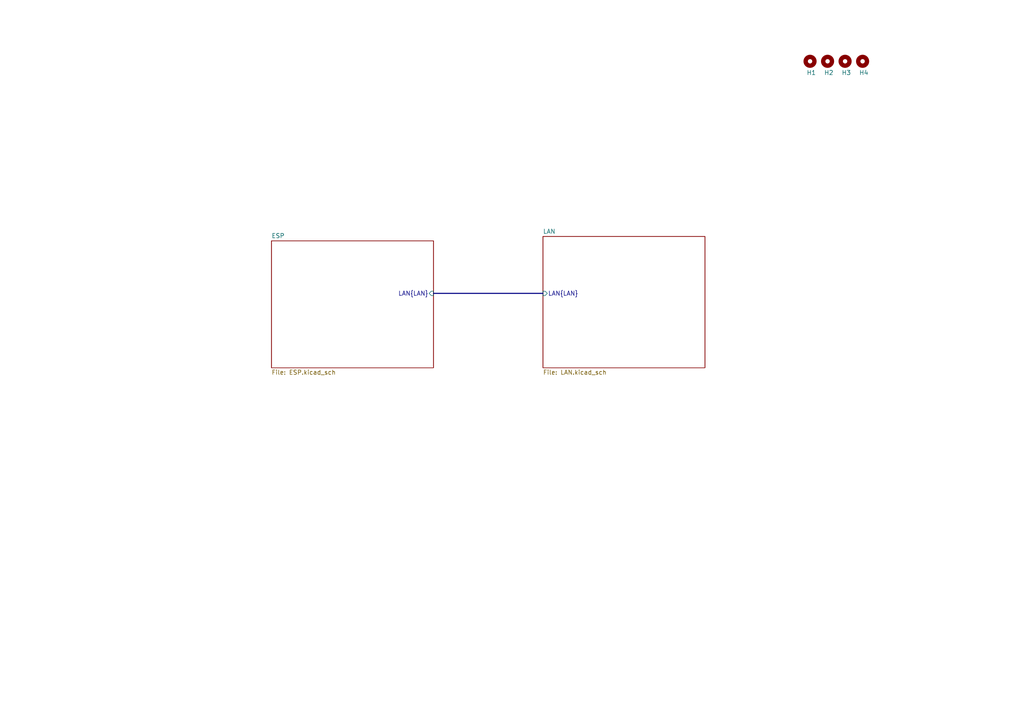
<source format=kicad_sch>
(kicad_sch (version 20250114) (generator "eeschema") (generator_version "9.0")
  (paper "A4")
  (lib_symbols
    (symbol "Mechanical:MountingHole" (pin_names (offset 1.016)) (in_bom no)
      (property "Reference" "H" (at 0 5.08 0))
      (property "Value" "MountingHole" (at 0 3.175 0))
      (symbol "MountingHole_0_1"
        (circle (center 0 0) (radius 1.27) (stroke (width 1.27)))
      )
    )
  )
  (bus (pts (xy 125.73 85.09) (xy 157.48 85.09)))
  (symbol (lib_id "Mechanical:MountingHole") (at 250.19 17.78 0) (unit 1) (in_bom no)
    (property "Reference" "H4" (at 249.174 21.082 0) (effects (justify left)))
    (property "Value" "MountingHole" (effects (hide yes)))
    (property "Footprint" "MountingHole:MountingHole_2.2mm_M2" (effects (hide yes)))
    (property "Description" "Mounting Hole without connection" (effects (hide yes)))
  )
  (symbol (lib_id "Mechanical:MountingHole") (at 234.95 17.78 0) (unit 1) (in_bom no)
    (property "Reference" "H1" (at 233.934 21.082 0) (effects (justify left)))
    (property "Value" "MountingHole" (effects (hide yes)))
    (property "Footprint" "MountingHole:MountingHole_2.2mm_M2" (effects (hide yes)))
    (property "Description" "Mounting Hole without connection" (effects (hide yes)))
  )
  (symbol (lib_id "Mechanical:MountingHole") (at 240.03 17.78 0) (unit 1) (in_bom no)
    (property "Reference" "H2" (at 239.014 21.082 0) (effects (justify left)))
    (property "Value" "MountingHole" (effects (hide yes)))
    (property "Footprint" "MountingHole:MountingHole_2.2mm_M2" (effects (hide yes)))
    (property "Description" "Mounting Hole without connection" (effects (hide yes)))
  )
  (symbol (lib_id "Mechanical:MountingHole") (at 245.11 17.78 0) (unit 1) (in_bom no)
    (property "Reference" "H3" (at 244.094 21.082 0) (effects (justify left)))
    (property "Value" "MountingHole" (effects (hide yes)))
    (property "Footprint" "MountingHole:MountingHole_2.2mm_M2" (effects (hide yes)))
    (property "Description" "Mounting Hole without connection" (effects (hide yes)))
  )
  (sheet (at 78.74 69.85) (size 46.99 36.83) (stroke (width 0.1524))
    (property "Sheetname" "ESP" (at 78.74 69.1384 0) (effects (justify left bottom)))
    (property "Sheetfile" "ESP.kicad_sch" (at 78.74 107.2646 0) (effects (justify left top)))
    (pin "LAN{LAN}" input (at 125.73 85.09 0))
  )
  (sheet (at 157.48 68.58) (size 46.99 38.1) (stroke (width 0.1524))
    (property "Sheetname" "LAN" (at 157.48 67.8684 0) (effects (justify left bottom)))
    (property "Sheetfile" "LAN.kicad_sch" (at 157.48 107.2646 0) (effects (justify left top)))
    (pin "LAN{LAN}" input (at 157.48 85.09 180))
  )
)
</source>
